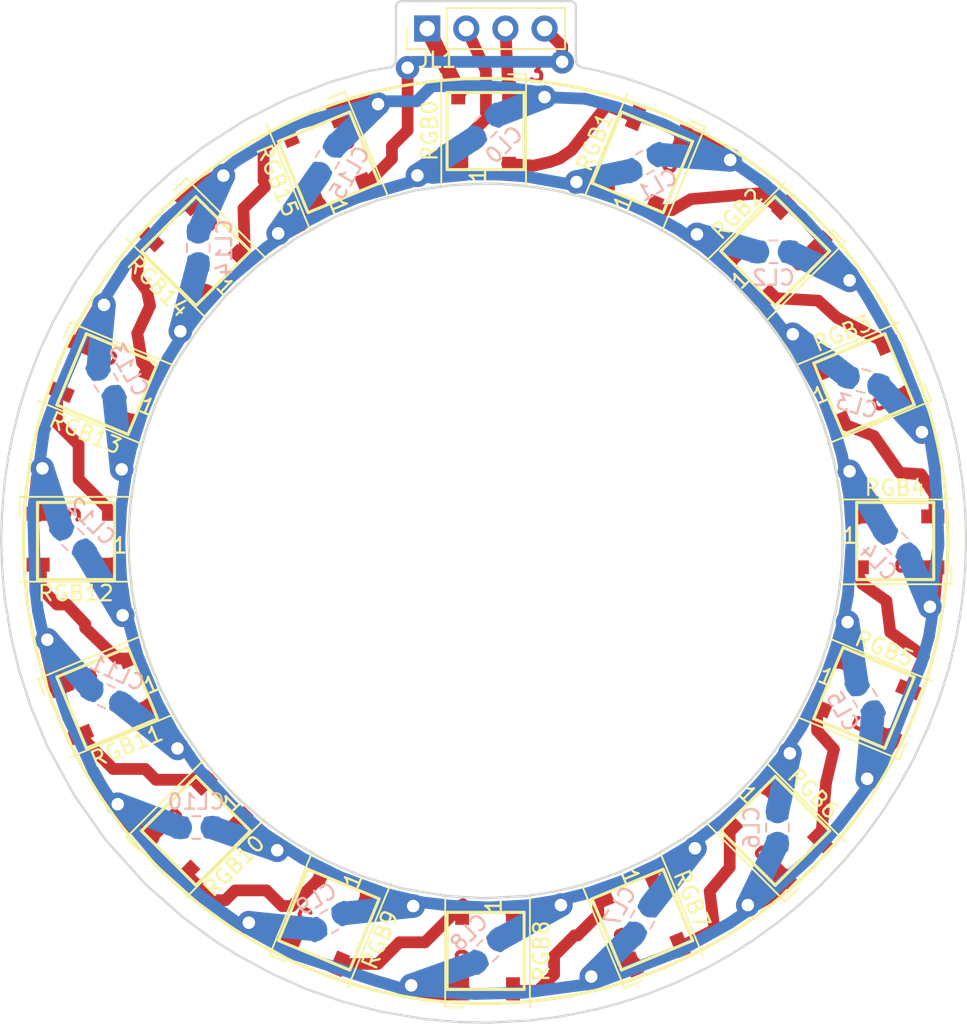
<source format=kicad_pcb>
(kicad_pcb (version 20221018) (generator pcbnew)
  (layers (0 "F.Cu" signal) (31 "B.Cu" signal) (34 "B.Paste" user) (35 "F.Paste" user) (36 "B.SilkS" user "B.Silkscreen") (37 "F.SilkS" user "F.Silkscreen") (38 "B.Mask" user) (39 "F.Mask" user) (44 "Edge.Cuts" user))
  (net 0 "")
  (net 1 "/DIN")
  (net 2 "/VIN")
  (net 3 "GND")
  (net 4 "/DOUT")
  (net 5 "Net-(RGB0-DOUT)")
  (net 6 "Net-(RGB1-DOUT)")
  (net 7 "Net-(RGB2-DOUT)")
  (net 8 "Net-(RGB3-DOUT)")
  (net 9 "Net-(RGB4-DOUT)")
  (net 10 "Net-(RGB5-DOUT)")
  (net 11 "Net-(RGB6-DOUT)")
  (net 12 "Net-(RGB7-DOUT)")
  (net 13 "Net-(RGB8-DOUT)")
  (net 14 "Net-(RGB10-DIN)")
  (net 15 "Net-(RGB10-DOUT)")
  (net 16 "Net-(RGB11-DOUT)")
  (net 17 "Net-(RGB12-DOUT)")
  (net 18 "Net-(RGB13-DOUT)")
  (net 19 "Net-(RGB14-DOUT)")
  (footprint "LED_SMD:LED_WS2812B_PLCC4_5.0x5.0mm_P3.2mm" (layer "F.Cu") (at 164.829 114.312 -45)
    (fp_text reference "RGB6")
    (fp_text value "WS2812B")
  )
  (footprint "LED_SMD:LED_WS2812B_PLCC4_5.0x5.0mm_P3.2mm" (layer "F.Cu") (at 164.829 76.72 45)
    (fp_text reference "RGB2")
    (fp_text value "WS2812B")
  )
  (footprint "LED_SMD:LED_WS2812B_PLCC4_5.0x5.0mm_P3.2mm" (layer "F.Cu") (at 119.44 95.35 180)
    (fp_text reference "RGB12")
    (fp_text value "WS2812B")
  )
  (footprint "LED_SMD:LED_WS2812B_PLCC4_5.0x5.0mm_P3.2mm" (layer "F.Cu") (at 145.906 68.846 90)
    (fp_text reference "RGB0")
    (fp_text value "WS2812B")
  )
  (footprint "LED_SMD:LED_WS2812B_PLCC4_5.0x5.0mm_P3.2mm" (layer "F.Cu") (at 135.95 119.99 -112.5)
    (fp_text reference "RGB9")
    (fp_text value "WS2812B")
  )
  (footprint "LED_SMD:LED_WS2812B_PLCC4_5.0x5.0mm_P3.2mm" (layer "F.Cu") (at 170.58 105.69 -22.5)
    (fp_text reference "RGB5")
    (fp_text value "WS2812B")
  )
  (footprint "LED_SMD:LED_WS2812B_PLCC4_5.0x5.0mm_P3.2mm" (layer "F.Cu") (at 172.61 95.52)
    (fp_text reference "RGB4")
    (fp_text value "WS2812B")
  )
  (footprint "LED_SMD:LED_WS2812B_PLCC4_5.0x5.0mm_P3.2mm" (layer "F.Cu") (at 121.395 85.229 157.5)
    (fp_text reference "RGB13")
    (fp_text value "WS2812B")
  )
  (footprint "LED_SMD:LED_WS2812B_PLCC4_5.0x5.0mm_P3.2mm" (layer "F.Cu") (at 127.237 76.466 135)
    (fp_text reference "RGB14")
    (fp_text value "WS2812B")
  )
  (footprint "LED_SMD:LED_WS2812B_PLCC4_5.0x5.0mm_P3.2mm" (layer "F.Cu") (at 156.193 120.027 -67.5)
    (fp_text reference "RGB7")
    (fp_text value "WS2812B")
  )
  (footprint "LED_SMD:LED_WS2812B_PLCC4_5.0x5.0mm_P3.2mm" (layer "F.Cu") (at 146.16 122.059 -90)
    (fp_text reference "RGB8")
    (fp_text value "WS2812B")
  )
  (footprint "Pin_Headers:Pin_Header_Straight_1x04_Pitch2.54mm" (layer "F.Cu") (at 142.24 62.23 90)
    (fp_text reference "JL1")
    (fp_text value "~")
  )
  (footprint "LED_SMD:LED_WS2812B_PLCC4_5.0x5.0mm_P3.2mm" (layer "F.Cu") (at 121.395 105.549 -157.5)
    (fp_text reference "RGB11")
    (fp_text value "WS2812B")
  )
  (footprint "LED_SMD:LED_WS2812B_PLCC4_5.0x5.0mm_P3.2mm" (layer "F.Cu") (at 135.746 70.751 112.5)
    (fp_text reference "RGB15")
    (fp_text value "WS2812B")
  )
  (footprint "LED_SMD:LED_WS2812B_PLCC4_5.0x5.0mm_P3.2mm" (layer "F.Cu") (at 127.237 114.058 -135)
    (fp_text reference "RGB10")
    (fp_text value "WS2812B")
  )
  (footprint "LED_SMD:LED_WS2812B_PLCC4_5.0x5.0mm_P3.2mm" (layer "F.Cu") (at 170.544 85.229 22.5)
    (fp_text reference "RGB3")
    (fp_text value "WS2812B")
  )
  (footprint "LED_SMD:LED_WS2812B_PLCC4_5.0x5.0mm_P3.2mm" (layer "F.Cu") (at 156.35 70.92 67.5)
    (fp_text reference "RGB1")
    (fp_text value "WS2812B")
  )
  (footprint "Capacitor_SMD:C_0805_2012Metric_Pad1.18x1.45mm_HandSolder" (layer "B.Cu") (at 164.973 114.046 -90)
    (fp_text reference "CL6")
    (fp_text value "104")
  )
  (footprint "Capacitor_SMD:C_0805_2012Metric_Pad1.18x1.45mm_HandSolder" (layer "B.Cu") (at 121.412 105.537 155)
    (fp_text reference "CL11")
    (fp_text value "104")
  )
  (footprint "Capacitor_SMD:C_0805_2012Metric_Pad1.18x1.45mm_HandSolder" (layer "B.Cu") (at 170.6665 105.664 -60)
    (fp_text reference "CL5")
    (fp_text value "104")
  )
  (footprint "Capacitor_SMD:C_0805_2012Metric_Pad1.18x1.45mm_HandSolder" (layer "B.Cu") (at 164.719 76.708)
    (fp_text reference "CL2")
    (fp_text value "104")
  )
  (footprint "Capacitor_SMD:C_0805_2012Metric_Pad1.18x1.45mm_HandSolder" (layer "B.Cu") (at 156.21 120.015 -120)
    (fp_text reference "CL7")
    (fp_text value "104")
  )
  (footprint "Capacitor_SMD:C_0805_2012Metric_Pad1.18x1.45mm_HandSolder" (layer "B.Cu") (at 146.1555 122.047 -135)
    (fp_text reference "CL8")
    (fp_text value "104")
  )
  (footprint "Capacitor_SMD:C_0805_2012Metric_Pad1.18x1.45mm_HandSolder" (layer "B.Cu") (at 127.254 114.046 180)
    (fp_text reference "CL10")
    (fp_text value "104")
  )
  (footprint "Capacitor_SMD:C_0805_2012Metric_Pad1.18x1.45mm_HandSolder" (layer "B.Cu") (at 119.253 95.377 135)
    (fp_text reference "CL12")
    (fp_text value "104")
  )
  (footprint "Capacitor_SMD:C_0805_2012Metric_Pad1.18x1.45mm_HandSolder" (layer "B.Cu") (at 135.763 70.739 60)
    (fp_text reference "CL15")
    (fp_text value "104")
  )
  (footprint "Capacitor_SMD:C_0805_2012Metric_Pad1.18x1.45mm_HandSolder" (layer "B.Cu") (at 146.05 68.58 45)
    (fp_text reference "CL0")
    (fp_text value "104")
  )
  (footprint "Capacitor_SMD:C_0805_2012Metric_Pad1.18x1.45mm_HandSolder" (layer "B.Cu") (at 172.72 95.631 -45)
    (fp_text reference "CL4")
    (fp_text value "104")
  )
  (footprint "Capacitor_SMD:C_0805_2012Metric_Pad1.18x1.45mm_HandSolder" (layer "B.Cu") (at 156.35 70.92 30)
    (fp_text reference "CL1")
    (fp_text value "104")
  )
  (footprint "Capacitor_SMD:C_0805_2012Metric_Pad1.18x1.45mm_HandSolder" (layer "B.Cu") (at 135.89 120.142 -150)
    (fp_text reference "CL9")
    (fp_text value "104")
  )
  (footprint "Capacitor_SMD:C_0805_2012Metric_Pad1.18x1.45mm_HandSolder" (layer "B.Cu") (at 127.381 76.454 90)
    (fp_text reference "CL14")
    (fp_text value "104")
  )
  (footprint "Capacitor_SMD:C_0805_2012Metric_Pad1.18x1.45mm_HandSolder" (layer "B.Cu") (at 170.561 85.09 -15)
    (fp_text reference "CL3")
    (fp_text value "104")
  )
  (footprint "Capacitor_SMD:C_0805_2012Metric_Pad1.18x1.45mm_HandSolder" (layer "B.Cu") (at 121.40125 85.207499 120)
    (fp_text reference "CL13")
    (fp_text value "104")
  )
  (gr_line (start 164.831431 73.127812) (end 168.366964 76.663345) (stroke (width 0.2)) (layer "F.SilkS"))
  (gr_line (start 148.533 71.376781) (end 148.533 66.376781) (stroke (width 0.2)) (layer "F.SilkS"))
  (gr_line (start 159.473045 69.547453) (end 157.559628 74.16685) (stroke (width 0.2)) (layer "F.SilkS"))
  (gr_line (start 139.12577 118.670119) (end 137.212353 123.289517) (stroke (width 0.2)) (layer "F.SilkS"))
  (gr_line (start 123.699036 114.260207) (end 127.234569 110.724673) (stroke (width 0.2)) (layer "F.SilkS"))
  (gr_line (start 143.533 124.546771) (end 143.533 119.546771) (stroke (width 0.2)) (layer "F.SilkS"))
  (gr_line (start 168.366964 114.260207) (end 164.831431 117.79574) (stroke (width 0.2)) (layer "F.SilkS"))
  (gr_line (start 143.533 66.376781) (end 143.533 71.376781) (stroke (width 0.2)) (layer "F.SilkS"))
  (gr_line (start 137.212353 67.634035) (end 139.12577 72.253433) (stroke (width 0.2)) (layer "F.SilkS"))
  (gr_line (start 122.824657 88.554546) (end 118.205259 86.641129) (stroke (width 0.2)) (layer "F.SilkS"))
  (gr_line (start 116.948005 92.961776) (end 121.948005 92.961776) (stroke (width 0.2)) (layer "F.SilkS"))
  (gr_line (start 167.327926 83.935148) (end 171.947323 82.021731) (stroke (width 0.2)) (layer "F.SilkS"))
  (gr_line (start 137.212353 123.289517) (end 132.592955 121.376099) (stroke (width 0.2)) (layer "F.SilkS"))
  (gr_line (start 148.533 66.376781) (end 143.533 66.376781) (stroke (width 0.2)) (layer "F.SilkS"))
  (gr_line (start 120.118677 108.901821) (end 118.205259 104.282423) (stroke (width 0.2)) (layer "F.SilkS"))
  (gr_line (start 130.770103 114.260207) (end 127.234569 117.79574) (stroke (width 0.2)) (layer "F.SilkS"))
  (gr_line (start 164.831431 117.79574) (end 161.295897 114.260207) (stroke (width 0.2)) (layer "F.SilkS"))
  (gr_line (start 127.234569 80.198879) (end 123.699036 76.663345) (stroke (width 0.2)) (layer "F.SilkS"))
  (gr_circle (center 146.0711 95.436376) (end 169.241091 95.436376) (stroke (width 0.1)) (fill none) (layer "F.SilkS"))
  (gr_line (start 164.831431 80.198879) (end 161.295897 76.663345) (stroke (width 0.2)) (layer "F.SilkS"))
  (gr_line (start 152.94023 118.670119) (end 157.559628 116.756702) (stroke (width 0.2)) (layer "F.SilkS"))
  (gr_line (start 120.118677 82.021731) (end 124.738074 83.935148) (stroke (width 0.2)) (layer "F.SilkS"))
  (gr_line (start 127.234569 117.79574) (end 123.699036 114.260207) (stroke (width 0.2)) (layer "F.SilkS"))
  (gr_line (start 171.947323 108.901821) (end 167.327926 106.988404) (stroke (width 0.2)) (layer "F.SilkS"))
  (gr_line (start 143.533 119.546771) (end 148.533 119.546771) (stroke (width 0.2)) (layer "F.SilkS"))
  (gr_line (start 134.506372 116.756702) (end 139.12577 118.670119) (stroke (width 0.2)) (layer "F.SilkS"))
  (gr_line (start 148.533 119.546771) (end 148.533 124.546771) (stroke (width 0.2)) (layer "F.SilkS"))
  (gr_circle (center 146.033 95.461776) (end 176.033 95.461776) (stroke (width 0.2)) (fill none) (layer "F.SilkS"))
  (gr_line (start 173.860741 86.641129) (end 169.241343 88.554546) (stroke (width 0.2)) (layer "F.SilkS"))
  (gr_line (start 123.699036 76.663345) (end 127.234569 73.127812) (stroke (width 0.2)) (layer "F.SilkS"))
  (gr_line (start 121.948005 92.961776) (end 121.948005 97.961776) (stroke (width 0.2)) (layer "F.SilkS"))
  (gr_line (start 127.234569 73.127812) (end 130.770103 76.663345) (stroke (width 0.2)) (layer "F.SilkS"))
  (gr_line (start 164.831431 110.724673) (end 168.366964 114.260207) (stroke (width 0.2)) (layer "F.SilkS"))
  (gr_line (start 168.366964 76.663345) (end 164.831431 80.198879) (stroke (width 0.2)) (layer "F.SilkS"))
  (gr_line (start 173.860741 104.282423) (end 171.947323 108.901821) (stroke (width 0.2)) (layer "F.SilkS"))
  (gr_line (start 121.948005 97.961776) (end 116.948005 97.961776) (stroke (width 0.2)) (layer "F.SilkS"))
  (gr_line (start 118.205259 104.282423) (end 122.824657 102.369006) (stroke (width 0.2)) (layer "F.SilkS"))
  (gr_line (start 122.824657 102.369006) (end 124.738074 106.988404) (stroke (width 0.2)) (layer "F.SilkS"))
  (gr_line (start 157.559628 74.16685) (end 152.94023 72.253433) (stroke (width 0.2)) (layer "F.SilkS"))
  (gr_line (start 161.295897 76.663345) (end 164.831431 73.127812) (stroke (width 0.2)) (layer "F.SilkS"))
  (gr_circle (center 146.0711 95.436376) (end 176.0711 95.436376) (stroke (width 0.1)) (fill none) (layer "F.SilkS"))
  (gr_line (start 148.533 124.546771) (end 143.533 124.546771) (stroke (width 0.2)) (layer "F.SilkS"))
  (gr_line (start 116.948005 97.961776) (end 116.948005 92.961776) (stroke (width 0.2)) (layer "F.SilkS"))
  (gr_line (start 157.559628 116.756702) (end 159.473045 121.376099) (stroke (width 0.2)) (layer "F.SilkS"))
  (gr_line (start 132.592955 69.547453) (end 137.212353 67.634035) (stroke (width 0.2)) (layer "F.SilkS"))
  (gr_line (start 169.241343 88.554546) (end 167.327926 83.935148) (stroke (width 0.2)) (layer "F.SilkS"))
  (gr_line (start 175.117995 97.961776) (end 170.117995 97.961776) (stroke (width 0.2)) (layer "F.SilkS"))
  (gr_line (start 159.473045 121.376099) (end 154.853647 123.289517) (stroke (width 0.2)) (layer "F.SilkS"))
  (gr_line (start 154.853647 123.289517) (end 152.94023 118.670119) (stroke (width 0.2)) (layer "F.SilkS"))
  (gr_line (start 127.234569 110.724673) (end 130.770103 114.260207) (stroke (width 0.2)) (layer "F.SilkS"))
  (gr_line (start 124.738074 106.988404) (end 120.118677 108.901821) (stroke (width 0.2)) (layer "F.SilkS"))
  (gr_line (start 132.592955 121.376099) (end 134.506372 116.756702) (stroke (width 0.2)) (layer "F.SilkS"))
  (gr_line (start 161.295897 114.260207) (end 164.831431 110.724673) (stroke (width 0.2)) (layer "F.SilkS"))
  (gr_line (start 124.738074 83.935148) (end 122.824657 88.554546) (stroke (width 0.2)) (layer "F.SilkS"))
  (gr_line (start 170.117995 97.961776) (end 170.117995 92.961776) (stroke (width 0.2)) (layer "F.SilkS"))
  (gr_line (start 171.947323 82.021731) (end 173.860741 86.641129) (stroke (width 0.2)) (layer "F.SilkS"))
  (gr_line (start 134.506372 74.16685) (end 132.592955 69.547453) (stroke (width 0.2)) (layer "F.SilkS"))
  (gr_line (start 139.12577 72.253433) (end 134.506372 74.16685) (stroke (width 0.2)) (layer "F.SilkS"))
  (gr_line (start 167.327926 106.988404) (end 169.241343 102.369006) (stroke (width 0.2)) (layer "F.SilkS"))
  (gr_line (start 170.117995 92.961776) (end 175.117995 92.961776) (stroke (width 0.2)) (layer "F.SilkS"))
  (gr_line (start 152.94023 72.253433) (end 154.853647 67.634035) (stroke (width 0.2)) (layer "F.SilkS"))
  (gr_line (start 118.205259 86.641129) (end 120.118677 82.021731) (stroke (width 0.2)) (layer "F.SilkS"))
  (gr_line (start 154.853647 67.634035) (end 159.473045 69.547453) (stroke (width 0.2)) (layer "F.SilkS"))
  (gr_line (start 143.533 71.376781) (end 148.533 71.376781) (stroke (width 0.2)) (layer "F.SilkS"))
  (gr_line (start 130.770103 76.663345) (end 127.234569 80.198879) (stroke (width 0.2)) (layer "F.SilkS"))
  (gr_line (start 175.117995 92.961776) (end 175.117995 97.961776) (stroke (width 0.2)) (layer "F.SilkS"))
  (gr_line (start 169.241343 102.369006) (end 173.860741 104.282423) (stroke (width 0.2)) (layer "F.SilkS"))
  (gr_line (start 157.68 66.36) (end 158.68 66.8) (stroke (width 0.15)) (layer "Edge.Cuts"))
  (gr_line (start 146.04 72.29) (end 146.94 72.31) (stroke (width 0.15)) (layer "Edge.Cuts"))
  (gr_line (start 163.24 110.98) (end 161.87 112.38) (stroke (width 0.15)) (layer "Edge.Cuts"))
  (gr_line (start 117.08 83.13) (end 117.98 81.22) (stroke (width 0.15)) (layer "Edge.Cuts"))
  (gr_line (start 177.02 91.88) (end 177.17 93.69) (stroke (width 0.15)) (layer "Edge.Cuts"))
  (gr_line (start 154.81 125.41) (end 153.21 125.84) (stroke (width 0.15)) (layer "Edge.Cuts"))
  (gr_arc (start 140.208 60.833) (mid 140.319592 60.563592) (end 140.589 60.452) (stroke (width 0.15)) (layer "Edge.Cuts"))
  (gr_line (start 117.98 81.22) (end 119.38 78.74) (stroke (width 0.15)) (layer "Edge.Cuts"))
  (gr_line (start 123.36 90.65) (end 123.97 88.36) (stroke (width 0.15)) (layer "Edge.Cuts"))
  (gr_line (start 151.75 73.01) (end 152.56 73.23) (stroke (width 0.15)) (layer "Edge.Cuts"))
  (gr_line (start 165.64 107.82) (end 164.84 109) (stroke (width 0.15)) (layer "Edge.Cuts"))
  (gr_line (start 128.46 110.56) (end 127.63 109.54) (stroke (width 0.15)) (layer "Edge.Cuts"))
  (gr_line (start 165.05 120.16) (end 163.47 121.31) (stroke (width 0.15)) (layer "Edge.Cuts"))
  (gr_line (start 116.27 85.26) (end 117.08 83.13) (stroke (width 0.15)) (layer "Edge.Cuts"))
  (gr_line (start 176.09 103.76) (end 175.46 105.75) (stroke (width 0.15)) (layer "Edge.Cuts"))
  (gr_line (start 139.03 73.36) (end 141.46 72.73) (stroke (width 0.15)) (layer "Edge.Cuts"))
  (gr_arc (start 151.511 60.452) (mid 151.780408 60.563592) (end 151.892 60.833) (stroke (width 0.15)) (layer "Edge.Cuts"))
  (gr_line (start 159.63 76.7) (end 160.8 77.6) (stroke (width 0.15)) (layer "Edge.Cuts"))
  (gr_line (start 138.53 64.96) (end 139.7 64.77) (stroke (width 0.15)) (layer "Edge.Cuts"))
  (gr_line (start 143.89 72.38) (end 146.04 72.29) (stroke (width 0.15)) (layer "Edge.Cuts"))
  (gr_line (start 168.85 74.09) (end 169.84 75.21) (stroke (width 0.15)) (layer "Edge.Cuts"))
  (gr_line (start 159.78 67.32) (end 160.82 67.86) (stroke (width 0.15)) (layer "Edge.Cuts"))
  (gr_line (start 168.4 101.51) (end 168.14 102.41) (stroke (width 0.15)) (layer "Edge.Cuts"))
  (gr_line (start 153.21 125.84) (end 150.92 126.3) (stroke (width 0.15)) (layer "Edge.Cuts"))
  (gr_line (start 172.59 78.99) (end 173.9 81.35) (stroke (width 0.15)) (layer "Edge.Cuts"))
  (gr_line (start 164.04 110.04) (end 163.24 110.98) (stroke (width 0.15)) (layer "Edge.Cuts"))
  (gr_line (start 140.208 64.262) (end 140.208 60.833) (stroke (width 0.15)) (layer "Edge.Cuts"))
  (gr_line (start 119.38 78.74) (end 120.83 76.62) (stroke (width 0.15)) (layer "Edge.Cuts"))
  (gr_line (start 164.84 109) (end 164.04 110.04) (stroke (width 0.15)) (layer "Edge.Cuts"))
  (gr_line (start 150.4 118.22) (end 148.71 118.48) (stroke (width 0.15)) (layer "Edge.Cuts"))
  (gr_line (start 123.06 98.53) (end 122.9 96.82) (stroke (width 0.15)) (layer "Edge.Cuts"))
  (gr_line (start 125.94 106.99) (end 124.97 105.13) (stroke (width 0.15)) (layer "Edge.Cuts"))
  (gr_line (start 162.48 79.14) (end 163.41 80.13) (stroke (width 0.15)) (layer "Edge.Cuts"))
  (gr_line (start 142.1 126.47) (end 139.16 125.97) (stroke (width 0.15)) (layer "Edge.Cuts"))
  (gr_line (start 167.22 104.84) (end 166.82 105.7) (stroke (width 0.15)) (layer "Edge.Cuts"))
  (gr_line (start 171.75 113.07) (end 170.67 114.55) (stroke (width 0.15)) (layer "Edge.Cuts"))
  (gr_line (start 166.65 84.88) (end 167.21 86.05) (stroke (width 0.15)) (layer "Edge.Cuts"))
  (gr_line (start 177.21 95.38) (end 177.17 97.06) (stroke (width 0.15)) (layer "Edge.Cuts"))
  (gr_line (start 146.94 72.31) (end 148.12 72.39) (stroke (width 0.15)) (layer "Edge.Cuts"))
  (gr_line (start 158.32 75.81) (end 159.63 76.7) (stroke (width 0.15)) (layer "Edge.Cuts"))
  (gr_line (start 164.82 70.44) (end 166.35 71.68) (stroke (width 0.15)) (layer "Edge.Cuts"))
  (gr_line (start 140.589 60.452) (end 151.511 60.452) (stroke (width 0.15)) (layer "Edge.Cuts"))
  (gr_line (start 165.06 82.23) (end 166.09 83.85) (stroke (width 0.15)) (layer "Edge.Cuts"))
  (gr_line (start 175.42 84.93) (end 175.95 86.56) (stroke (width 0.15)) (layer "Edge.Cuts"))
  (gr_line (start 150.64 72.75) (end 151.75 73.01) (stroke (width 0.15)) (layer "Edge.Cuts"))
  (gr_line (start 167.75 103.56) (end 167.22 104.84) (stroke (width 0.15)) (layer "Edge.Cuts"))
  (gr_line (start 169.13 97.31) (end 169.02 98.34) (stroke (width 0.15)) (layer "Edge.Cuts"))
  (gr_line (start 146.26 126.7) (end 144.32 126.66) (stroke (width 0.15)) (layer "Edge.Cuts"))
  (gr_line (start 124.66 86.48) (end 125.53 84.63) (stroke (width 0.15)) (layer "Edge.Cuts"))
  (gr_line (start 176.36 88.11) (end 176.73 89.88) (stroke (width 0.15)) (layer "Edge.Cuts"))
  (gr_line (start 168.94 91.99) (end 169.08 93.07) (stroke (width 0.15)) (layer "Edge.Cuts"))
  (gr_line (start 115.21 101.58) (end 114.82 99.14) (stroke (width 0.15)) (layer "Edge.Cuts"))
  (gr_line (start 154.7 116.95) (end 152.41 117.75) (stroke (width 0.15)) (layer "Edge.Cuts"))
  (gr_line (start 123.23 99.58) (end 123.06 98.53) (stroke (width 0.15)) (layer "Edge.Cuts"))
  (gr_line (start 177.17 93.69) (end 177.21 95.38) (stroke (width 0.15)) (layer "Edge.Cuts"))
  (gr_line (start 176.83 100.31) (end 176.53 101.91) (stroke (width 0.15)) (layer "Edge.Cuts"))
  (gr_line (start 169.84 75.21) (end 170.96 76.61) (stroke (width 0.15)) (layer "Edge.Cuts"))
  (gr_line (start 167.93 87.86) (end 168.29 88.99) (stroke (width 0.15)) (layer "Edge.Cuts"))
  (gr_line (start 123.93 73.09) (end 125.72 71.46) (stroke (width 0.15)) (layer "Edge.Cuts"))
  (gr_line (start 168.91 99.13) (end 168.76 99.99) (stroke (width 0.15)) (layer "Edge.Cuts"))
  (gr_line (start 167.8 117.77) (end 166.37 119.08) (stroke (width 0.15)) (layer "Edge.Cuts"))
  (gr_line (start 152.56 73.23) (end 153.55 73.55) (stroke (width 0.15)) (layer "Edge.Cuts"))
  (gr_line (start 141.46 72.73) (end 143.89 72.38) (stroke (width 0.15)) (layer "Edge.Cuts"))
  (gr_line (start 130.43 68.16) (end 133.08 66.82) (stroke (width 0.15)) (layer "Edge.Cuts"))
  (gr_line (start 161.62 78.31) (end 162.48 79.14) (stroke (width 0.15)) (layer "Edge.Cuts"))
  (gr_line (start 169.02 98.34) (end 168.91 99.13) (stroke (width 0.15)) (layer "Edge.Cuts"))
  (gr_line (start 169.17 94.19) (end 169.2 95.28) (stroke (width 0.15)) (layer "Edge.Cuts"))
  (gr_line (start 133.29 114.82) (end 131.72 113.68) (stroke (width 0.15)) (layer "Edge.Cuts"))
  (gr_arc (start 152.4 64.77) (mid 152.04079 64.62121) (end 151.892 64.262) (stroke (width 0.15)) (layer "Edge.Cuts"))
  (gr_line (start 168.14 102.41) (end 167.75 103.56) (stroke (width 0.15)) (layer "Edge.Cuts"))
  (gr_line (start 162.27 68.69) (end 163.5 69.49) (stroke (width 0.15)) (layer "Edge.Cuts"))
  (gr_line (start 161.87 112.38) (end 160.85 113.27) (stroke (width 0.15)) (layer "Edge.Cuts"))
  (gr_line (start 122.9 96.82) (end 122.85 95.09) (stroke (width 0.15)) (layer "Edge.Cuts"))
  (gr_line (start 158.3 124.15) (end 156.56 124.84) (stroke (width 0.15)) (layer "Edge.Cuts"))
  (gr_line (start 168.62 90.26) (end 168.85 91.39) (stroke (width 0.15)) (layer "Edge.Cuts"))
  (gr_line (start 139.16 125.97) (end 136.72 125.33) (stroke (width 0.15)) (layer "Edge.Cuts"))
  (gr_line (start 155.77 74.43) (end 157.05 75.07) (stroke (width 0.15)) (layer "Edge.Cuts"))
  (gr_line (start 145.98 118.63) (end 143.53 118.49) (stroke (width 0.15)) (layer "Edge.Cuts"))
  (gr_line (start 169.2 95.28) (end 169.19 96.44) (stroke (width 0.15)) (layer "Edge.Cuts"))
  (gr_line (start 115.73 87) (end 116.27 85.26) (stroke (width 0.15)) (layer "Edge.Cuts"))
  (gr_line (start 153.55 73.55) (end 154.43 73.87) (stroke (width 0.15)) (layer "Edge.Cuts"))
  (gr_line (start 122.85 95.09) (end 122.98 93.07) (stroke (width 0.15)) (layer "Edge.Cuts"))
  (gr_line (start 122.98 93.07) (end 123.36 90.65) (stroke (width 0.15)) (layer "Edge.Cuts"))
  (gr_line (start 160.41 123.14) (end 158.3 124.15) (stroke (width 0.15)) (layer "Edge.Cuts"))
  (gr_line (start 131.19 77.66) (end 133.68 75.86) (stroke (width 0.15)) (layer "Edge.Cuts"))
  (gr_line (start 148.12 72.39) (end 149.5 72.55) (stroke (width 0.15)) (layer "Edge.Cuts"))
  (gr_line (start 126.23 83.43) (end 127.51 81.54) (stroke (width 0.15)) (layer "Edge.Cuts"))
  (gr_line (start 168.85 91.39) (end 168.94 91.99) (stroke (width 0.15)) (layer "Edge.Cuts"))
  (gr_line (start 161.88 122.32) (end 160.41 123.14) (stroke (width 0.15)) (layer "Edge.Cuts"))
  (gr_line (start 138.01 117.21) (end 135.46 116.09) (stroke (width 0.15)) (layer "Edge.Cuts"))
  (gr_line (start 125.72 71.46) (end 127.73 69.89) (stroke (width 0.15)) (layer "Edge.Cuts"))
  (gr_line (start 114.81 91.69) (end 115.03 90.16) (stroke (width 0.15)) (layer "Edge.Cuts"))
  (gr_line (start 125.53 84.63) (end 126.23 83.43) (stroke (width 0.15)) (layer "Edge.Cuts"))
  (gr_line (start 156.79 115.98) (end 154.7 116.95) (stroke (width 0.15)) (layer "Edge.Cuts"))
  (gr_line (start 156.56 124.84) (end 154.81 125.41) (stroke (width 0.15)) (layer "Edge.Cuts"))
  (gr_line (start 123.91 102.38) (end 123.61 101.29) (stroke (width 0.15)) (layer "Edge.Cuts"))
  (gr_line (start 136.03 65.67) (end 138.53 64.96) (stroke (width 0.15)) (layer "Edge.Cuts"))
  (gr_line (start 166.82 105.7) (end 166.27 106.74) (stroke (width 0.15)) (layer "Edge.Cuts"))
  (gr_line (start 167.62 72.84) (end 168.85 74.09) (stroke (width 0.15)) (layer "Edge.Cuts"))
  (gr_line (start 154.93 65.39) (end 156.26 65.84) (stroke (width 0.15)) (layer "Edge.Cuts"))
  (gr_line (start 124.42 103.83) (end 123.91 102.38) (stroke (width 0.15)) (layer "Edge.Cuts"))
  (gr_line (start 124.97 105.13) (end 124.42 103.83) (stroke (width 0.15)) (layer "Edge.Cuts"))
  (gr_line (start 114.82 99.14) (end 114.67 97.48) (stroke (width 0.15)) (layer "Edge.Cuts"))
  (gr_line (start 123.97 88.36) (end 124.66 86.48) (stroke (width 0.15)) (layer "Edge.Cuts"))
  (gr_line (start 132.19 123.54) (end 129.9 122.3) (stroke (width 0.15)) (layer "Edge.Cuts"))
  (gr_line (start 127.63 109.54) (end 126.46 107.86) (stroke (width 0.15)) (layer "Edge.Cuts"))
  (gr_line (start 158.68 66.8) (end 159.78 67.32) (stroke (width 0.15)) (layer "Edge.Cuts"))
  (gr_line (start 157.05 75.07) (end 158.32 75.81) (stroke (width 0.15)) (layer "Edge.Cuts"))
  (gr_line (start 168.76 99.99) (end 168.4 101.51) (stroke (width 0.15)) (layer "Edge.Cuts"))
  (gr_line (start 166.27 106.74) (end 165.64 107.82) (stroke (width 0.15)) (layer "Edge.Cuts"))
  (gr_line (start 136.35 74.4) (end 139.03 73.36) (stroke (width 0.15)) (layer "Edge.Cuts"))
  (gr_line (start 169.19 96.44) (end 169.13 97.31) (stroke (width 0.15)) (layer "Edge.Cuts"))
  (gr_line (start 163.47 121.31) (end 161.88 122.32) (stroke (width 0.15)) (layer "Edge.Cuts"))
  (gr_line (start 150.92 126.3) (end 148.86 126.56) (stroke (width 0.15)) (layer "Edge.Cuts"))
  (gr_line (start 173.9 81.35) (end 174.78 83.28) (stroke (width 0.15)) (layer "Edge.Cuts"))
  (gr_line (start 115.74 103.81) (end 115.21 101.58) (stroke (width 0.15)) (layer "Edge.Cuts"))
  (gr_line (start 169.34 116.15) (end 167.8 117.77) (stroke (width 0.15)) (layer "Edge.Cuts"))
  (gr_line (start 166.37 119.08) (end 165.05 120.16) (stroke (width 0.15)) (layer "Edge.Cuts"))
  (gr_line (start 117.59 108.78) (end 116.52 106.23) (stroke (width 0.15)) (layer "Edge.Cuts"))
  (gr_line (start 169.08 93.07) (end 169.17 94.19) (stroke (width 0.15)) (layer "Edge.Cuts"))
  (gr_line (start 128.5 121.42) (end 126.39 119.87) (stroke (width 0.15)) (layer "Edge.Cuts"))
  (gr_line (start 175.46 105.75) (end 174.71 107.67) (stroke (width 0.15)) (layer "Edge.Cuts"))
  (gr_line (start 127.51 81.54) (end 129.11 79.63) (stroke (width 0.15)) (layer "Edge.Cuts"))
  (gr_line (start 148.86 126.56) (end 146.26 126.7) (stroke (width 0.15)) (layer "Edge.Cuts"))
  (gr_line (start 114.67 97.48) (end 114.59 95.32) (stroke (width 0.15)) (layer "Edge.Cuts"))
  (gr_line (start 177.17 97.06) (end 177.04 98.68) (stroke (width 0.15)) (layer "Edge.Cuts"))
  (gr_line (start 167.62 87.01) (end 167.93 87.86) (stroke (width 0.15)) (layer "Edge.Cuts"))
  (gr_line (start 164.37 81.31) (end 165.06 82.23) (stroke (width 0.15)) (layer "Edge.Cuts"))
  (gr_line (start 160.8 77.6) (end 161.62 78.31) (stroke (width 0.15)) (layer "Edge.Cuts"))
  (gr_line (start 135.46 116.09) (end 133.29 114.82) (stroke (width 0.15)) (layer "Edge.Cuts"))
  (gr_line (start 168.29 88.99) (end 168.62 90.26) (stroke (width 0.15)) (layer "Edge.Cuts"))
  (gr_line (start 115.3 88.75) (end 115.73 87) (stroke (width 0.15)) (layer "Edge.Cuts"))
  (gr_line (start 154.43 73.87) (end 155.77 74.43) (stroke (width 0.15)) (layer "Edge.Cuts"))
  (gr_line (start 152.41 117.75) (end 150.4 118.22) (stroke (width 0.15)) (layer "Edge.Cuts"))
  (gr_line (start 133.68 75.86) (end 136.35 74.4) (stroke (width 0.15)) (layer "Edge.Cuts"))
  (gr_line (start 170.67 114.55) (end 169.34 116.15) (stroke (width 0.15)) (layer "Edge.Cuts"))
  (gr_line (start 158.86 114.76) (end 156.79 115.98) (stroke (width 0.15)) (layer "Edge.Cuts"))
  (gr_line (start 160.82 67.86) (end 162.27 68.69) (stroke (width 0.15)) (layer "Edge.Cuts"))
  (gr_line (start 127.73 69.89) (end 130.43 68.16) (stroke (width 0.15)) (layer "Edge.Cuts"))
  (gr_line (start 133.08 66.82) (end 136.03 65.67) (stroke (width 0.15)) (layer "Edge.Cuts"))
  (gr_line (start 163.41 80.13) (end 164.37 81.31) (stroke (width 0.15)) (layer "Edge.Cuts"))
  (gr_line (start 174.78 83.28) (end 175.42 84.93) (stroke (width 0.15)) (layer "Edge.Cuts"))
  (gr_line (start 153.18 64.93) (end 154.93 65.39) (stroke (width 0.15)) (layer "Edge.Cuts"))
  (gr_line (start 151.892 60.833) (end 151.892 64.262) (stroke (width 0.15)) (layer "Edge.Cuts"))
  (gr_line (start 121.35 114.82) (end 119.37 112.01) (stroke (width 0.15)) (layer "Edge.Cuts"))
  (gr_line (start 173.74 109.74) (end 172.85 111.33) (stroke (width 0.15)) (layer "Edge.Cuts"))
  (gr_line (start 116.52 106.23) (end 115.74 103.81) (stroke (width 0.15)) (layer "Edge.Cuts"))
  (gr_line (start 114.59 95.32) (end 114.64 93.78) (stroke (width 0.15)) (layer "Edge.Cuts"))
  (gr_line (start 149.5 72.55) (end 150.64 72.75) (stroke (width 0.15)) (layer "Edge.Cuts"))
  (gr_line (start 160.85 113.27) (end 158.86 114.76) (stroke (width 0.15)) (layer "Edge.Cuts"))
  (gr_line (start 123.98 117.74) (end 121.35 114.82) (stroke (width 0.15)) (layer "Edge.Cuts"))
  (gr_line (start 163.5 69.49) (end 164.82 70.44) (stroke (width 0.15)) (layer "Edge.Cuts"))
  (gr_line (start 115.03 90.16) (end 115.3 88.75) (stroke (width 0.15)) (layer "Edge.Cuts"))
  (gr_line (start 148.71 118.48) (end 145.98 118.63) (stroke (width 0.15)) (layer "Edge.Cuts"))
  (gr_line (start 123.61 101.29) (end 123.23 99.58) (stroke (width 0.15)) (layer "Edge.Cuts"))
  (gr_line (start 177.04 98.68) (end 176.83 100.31) (stroke (width 0.15)) (layer "Edge.Cuts"))
  (gr_line (start 156.26 65.84) (end 157.68 66.36) (stroke (width 0.15)) (layer "Edge.Cuts"))
  (gr_line (start 171.71 77.65) (end 172.59 78.99) (stroke (width 0.15)) (layer "Edge.Cuts"))
  (gr_line (start 129.9 122.3) (end 128.5 121.42) (stroke (width 0.15)) (layer "Edge.Cuts"))
  (gr_line (start 120.83 76.62) (end 122.39 74.72) (stroke (width 0.15)) (layer "Edge.Cuts"))
  (gr_line (start 175.95 86.56) (end 176.36 88.11) (stroke (width 0.15)) (layer "Edge.Cuts"))
  (gr_line (start 176.53 101.91) (end 176.09 103.76) (stroke (width 0.15)) (layer "Edge.Cuts"))
  (gr_line (start 167.21 86.05) (end 167.62 87.01) (stroke (width 0.15)) (layer "Edge.Cuts"))
  (gr_line (start 131.72 113.68) (end 129.88 112.08) (stroke (width 0.15)) (layer "Edge.Cuts"))
  (gr_line (start 166.35 71.68) (end 167.62 72.84) (stroke (width 0.15)) (layer "Edge.Cuts"))
  (gr_line (start 143.53 118.49) (end 140.67 118.01) (stroke (width 0.15)) (layer "Edge.Cuts"))
  (gr_line (start 134.35 124.5) (end 132.19 123.54) (stroke (width 0.15)) (layer "Edge.Cuts"))
  (gr_line (start 174.71 107.67) (end 173.74 109.74) (stroke (width 0.15)) (layer "Edge.Cuts"))
  (gr_line (start 126.39 119.87) (end 123.98 117.74) (stroke (width 0.15)) (layer "Edge.Cuts"))
  (gr_line (start 122.39 74.72) (end 123.93 73.09) (stroke (width 0.15)) (layer "Edge.Cuts"))
  (gr_line (start 136.72 125.33) (end 134.35 124.5) (stroke (width 0.15)) (layer "Edge.Cuts"))
  (gr_line (start 144.32 126.66) (end 142.1 126.47) (stroke (width 0.15)) (layer "Edge.Cuts"))
  (gr_line (start 129.11 79.63) (end 131.19 77.66) (stroke (width 0.15)) (layer "Edge.Cuts"))
  (gr_line (start 170.96 76.61) (end 171.71 77.65) (stroke (width 0.15)) (layer "Edge.Cuts"))
  (gr_line (start 172.85 111.33) (end 171.75 113.07) (stroke (width 0.15)) (layer "Edge.Cuts"))
  (gr_line (start 114.64 93.78) (end 114.81 91.69) (stroke (width 0.15)) (layer "Edge.Cuts"))
  (gr_line (start 119.37 112.01) (end 117.59 108.78) (stroke (width 0.15)) (layer "Edge.Cuts"))
  (gr_line (start 140.67 118.01) (end 138.01 117.21) (stroke (width 0.15)) (layer "Edge.Cuts"))
  (gr_line (start 126.46 107.86) (end 125.94 106.99) (stroke (width 0.15)) (layer "Edge.Cuts"))
  (gr_line (start 166.09 83.85) (end 166.65 84.88) (stroke (width 0.15)) (layer "Edge.Cuts"))
  (gr_line (start 152.4 64.77) (end 153.18 64.93) (stroke (width 0.15)) (layer "Edge.Cuts"))
  (gr_line (start 176.73 89.88) (end 177.02 91.88) (stroke (width 0.15)) (layer "Edge.Cuts"))
  (gr_arc (start 140.208 64.262) (mid 140.05921 64.62121) (end 139.7 64.77) (stroke (width 0.15)) (layer "Edge.Cuts"))
  (gr_line (start 129.88 112.08) (end 128.46 110.56) (stroke (width 0.15)) (layer "Edge.Cuts"))
  (gr_text "3" (at 154.8595 121.17 202.8) (layer "F.Cu") (effects (font (size 1.016 1.016) (thickness 0.254))))
  (gr_text "3" (at 171.7505 86.499 -67.2) (layer "F.Cu") (effects (font (size 1.016 1.016) (thickness 0.254))))
  (gr_text "3" (at 144.4455 122.567 180) (layer "F.Cu") (effects (font (size 1.016 1.016) (thickness 0.254))))
  (gr_text "3" (at 137.016 69.481 22.5) (layer "F.Cu") (effects (font (size 1.016 1.016) (thickness 0.254))))
  (gr_text "3" (at 170.417 107.3905 -115.5) (layer "F.Cu") (effects (font (size 1.016 1.016) (thickness 0.254))))
  (gr_text "3" (at 173.211 97.1035 -90) (layer "F.Cu") (effects (font (size 1.016 1.016) (thickness 0.254))))
  (gr_text "3" (at 119.1725 93.738 90) (layer "F.Cu") (effects (font (size 1.016 1.016) (thickness 0.254))))
  (gr_text "3" (at 121.522 83.451 64.5) (layer "F.Cu") (effects (font (size 1.016 1.016) (thickness 0.254))))
  (gr_text "3" (at 158.098 71.005 -22.5) (layer "F.Cu") (effects (font (size 1.016 1.016) (thickness 0.254))))
  (gr_text "3" (at 149.352 65.151) (layer "F.Cu") (effects (font (size 1.016 1.016) (thickness 0.254))))
  (gr_text "3" (at 120.1885 104.2155 112.8) (layer "F.Cu") (effects (font (size 1.016 1.016) (thickness 0.254))))
  (gr_text "3" (at 125.713 113.3595 135) (layer "F.Cu") (effects (font (size 1.016 1.016) (thickness 0.254))))
  (gr_text "3" (at 166.48 77.355 -45) (layer "F.Cu") (effects (font (size 1.016 1.016) (thickness 0.254))))
  (gr_text "3" (at 134.222 119.773 157.5) (layer "F.Cu") (effects (font (size 1.016 1.016) (thickness 0.254))))
  (gr_text "3" (at 164.067 115.836 225) (layer "F.Cu") (effects (font (size 1.016 1.016) (thickness 0.254))))
  (gr_text "3" (at 128.0625 74.7515 45) (layer "F.Cu") (effects (font (size 1.016 1.016) (thickness 0.254))))
  (segment (start 142.24 62.23) (end 144.306 66.346) (width 1.016) (layer "F.Cu") (net 1))
  (segment (start 127.839415 79.419585) (end 126.221 81.8635) (width 1.27) (layer "F.Cu") (net 2))
  (segment (start 164.353585 111.358415) (end 165.7815 109.232) (width 1.27) (layer "F.Cu") (net 2))
  (segment (start 164.138157 111.358415) (end 164.353585 111.358415) (width 0.762) (layer "F.Cu") (net 2))
  (segment (start 146.052876 64.962697) (end 146.052876 68.069124) (width 0.762) (layer "F.Cu") (net 2))
  (segment (start 138.5 118.39) (end 139.71 118.64) (width 1.27) (layer "F.Cu") (net 2))
  (segment (start 144.78 62.23) (end 146.052876 64.962697) (width 0.762) (layer "F.Cu") (net 2))
  (segment (start 147.95 119.61) (end 150.8855 119.0375) (width 1.27) (layer "F.Cu") (net 2))
  (segment (start 122.79 89.14) (end 122.411 90.817) (width 1.27) (layer "F.Cu") (net 2))
  (segment (start 122.98 87.81) (end 122.79 89.14) (width 1.27) (layer "F.Cu") (net 2))
  (segment (start 146.052876 68.069124) (end 144.526 69.596) (width 0.762) (layer "F.Cu") (net 2))
  (segment (start 169.745 91.034) (end 169.655 90.944) (width 0.762) (layer "F.Cu") (net 2))
  (segment (start 169.274 102.12) (end 168.96 103.12) (width 1.27) (layer "F.Cu") (net 2))
  (segment (start 121.94 97.13) (end 122.47 100.36) (width 1.27) (layer "F.Cu") (net 2))
  (segment (start 135.1 73.75) (end 133.968 74.7515) (width 1.27) (layer "F.Cu") (net 2))
  (segment (start 156.685032 117.033869) (end 158.225 115.8995) (width 0.762) (layer "F.Cu") (net 2))
  (segment (start 133.968 74.7515) (end 132.571 75.5135) (width 1.27) (layer "F.Cu") (net 2))
  (segment (start 130.190585 113.367157) (end 130.190585 113.709585) (width 0.762) (layer "F.Cu") (net 2))
  (segment (start 151.951115 72.164965) (end 151.93 72.18) (width 0.762) (layer "F.Cu") (net 2))
  (segment (start 166.153869 82.235869) (end 165.972 82.054) (width 0.762) (layer "F.Cu") (net 2))
  (segment (start 144.526 69.596) (end 144.526 71.126) (width 0.762) (layer "F.Cu") (net 2))
  (segment (start 141.605 71.755) (end 144.306 71.346) (width 0.762) (layer "F.Cu") (net 2))
  (segment (start 125.11 107.26) (end 126.0305 108.9145) (width 1.27) (layer "F.Cu") (net 2))
  (segment (start 144.526 71.126) (end 144.306 71.346) (width 0.762) (layer "F.Cu") (net 2))
  (segment (start 170.12 93.78) (end 169.745 91.034) (width 1.27) (layer "F.Cu") (net 2))
  (segment (start 167.550869 84.736968) (end 166.153869 82.235869) (width 0.762) (layer "F.Cu") (net 2))
  (segment (start 158.225 115.8995) (end 159.622 115.3915) (width 0.762) (layer "F.Cu") (net 2))
  (segment (start 124.33 106.23) (end 125.11 107.26) (width 1.27) (layer "F.Cu") (net 2))
  (segment (start 153.79 72.54) (end 151.951115 72.164965) (width 1.27) (layer "F.Cu") (net 2))
  (segment (start 150.8855 119.0375) (end 150.9225 119.0745) (width 0.762) (layer "F.Cu") (net 2))
  (segment (start 127.927843 79.419585) (end 127.839415 79.419585) (width 0.762) (layer "F.Cu") (net 2))
  (segment (start 130.190585 113.709585) (end 132.5075 115.5185) (width 1.27) (layer "F.Cu") (net 2))
  (segment (start 169.528 100.723) (end 169.274 102.12) (width 1.27) (layer "F.Cu") (net 2))
  (segment (start 159.749 75.577) (end 161.77 77.3) (width 1.27) (layer "F.Cu") (net 2))
  (segment (start 139.71 118.64) (end 141.334 119.138) (width 1.27) (layer "F.Cu") (net 2))
  (via (at 169.655 90.944) (size 1.524) (drill 0.8128) (layers "F.Cu" "B.Cu") (net 2))
  (via (at 126.221 81.8635) (size 1.524) (drill 0.8128) (layers "F.Cu" "B.Cu") (net 2))
  (via (at 165.7815 109.232) (size 1.524) (drill 0.8128) (layers "F.Cu" "B.Cu") (net 2))
  (via (at 150.9225 119.0745) (size 1.524) (drill 0.8128) (layers "F.Cu" "B.Cu") (net 2))
  (via (at 132.5075 115.5185) (size 1.524) (drill 0.8128) (layers "F.Cu" "B.Cu") (net 2))
  (via (at 122.411 90.817) (size 1.524) (drill 0.8128) (layers "F.Cu" "B.Cu") (net 2))
  (via (at 151.93 72.18) (size 1.524) (drill 0.8128) (layers "F.Cu" "B.Cu") (net 2))
  (via (at 141.605 71.755) (size 1.524) (drill 0.8128) (layers "F.Cu" "B.Cu") (net 2))
  (via (at 169.528 100.723) (size 1.524) (drill 0.8128) (layers "F.Cu" "B.Cu") (net 2))
  (via (at 141.334 119.138) (size 1.524) (drill 0.8128) (layers "F.Cu" "B.Cu") (net 2))
  (via (at 165.972 82.054) (size 1.524) (drill 0.8128) (layers "F.Cu" "B.Cu") (net 2))
  (via (at 126.0305 108.9145) (size 1.524) (drill 0.8128) (layers "F.Cu" "B.Cu") (net 2))
  (via (at 159.622 115.3915) (size 1.524) (drill 0.8128) (layers "F.Cu" "B.Cu") (net 2))
  (via (at 122.4745 100.2785) (size 1.524) (drill 0.8128) (layers "F.Cu" "B.Cu") (net 2))
  (via (at 159.749 75.577) (size 1.524) (drill 0.8128) (layers "F.Cu" "B.Cu") (net 2))
  (via (at 132.571 75.5135) (size 1.524) (drill 0.8128) (layers "F.Cu" "B.Cu") (net 2))
  (segment (start 134.16 116.05) (end 131.72 114.48) (width 0.762) (layer "B.Cu") (net 2))
  (segment (start 157.27 116.42) (end 154.98 117.49) (width 0.762) (layer "B.Cu") (net 2))
  (segment (start 168.14 104.19) (end 167.4 105.78) (width 0.762) (layer "B.Cu") (net 2))
  (segment (start 150.94 118.73) (end 148.65 119.1) (width 0.762) (layer "B.Cu") (net 2))
  (segment (start 171.986377 94.897377) (end 169.655 90.944) (width 1.524) (layer "B.Cu") (net 2))
  (segment (start 134.42 74.73) (end 135.74 74.03) (width 0.762) (layer "B.Cu") (net 2))
  (segment (start 159.545963 75.780037) (end 159.545963 75.941599) (width 0.762) (layer "B.Cu") (net 2))
  (segment (start 142.62 71.92) (end 144.75 71.72) (width 0.762) (layer "B.Cu") (net 2))
  (segment (start 129.42 78.43) (end 131.86 76.39) (width 0.762) (layer "B.Cu") (net 2))
  (segment (start 148.65 119.1) (end 146.17 119.23) (width 0.762) (layer "B.Cu") (net 2))
  (segment (start 122.77 90.59) (end 123.01 89.49) (width 0.762) (layer "B.Cu") (net 2))
  (segment (start 128.2915 114.046) (end 132.5075 115.5185) (width 1.524) (layer "B.Cu") (net 2))
  (segment (start 169.18 89.97) (end 169.64 92.6) (width 0.762) (layer "B.Cu") (net 2))
  (segment (start 169.64 92.6) (end 169.81 95.2) (width 0.762) (layer "B.Cu") (net 2))
  (segment (start 125.75 107.86) (end 124.72 105.97) (width 0.762) (layer "B.Cu") (net 2))
  (segment (start 127.55 80.51) (end 129.42 78.43) (width 0.762) (layer "B.Cu") (net 2))
  (segment (start 146.81 71.69) (end 144.87 71.69) (width 0.762) (layer "B.Cu") (net 2))
  (segment (start 124.46 85.45) (end 125.43 83.59) (width 0.762) (layer "B.Cu") (net 2))
  (segment (start 135.74 74.03) (end 137.7 73.19) (width 0.762) (layer "B.Cu") (net 2))
  (segment (start 131.72 114.48) (end 129.51 112.56) (width 0.762) (layer "B.Cu") (net 2))
  (segment (start 162.0985 78.0535) (end 164.067 80.149) (width 0.762) (layer "B.Cu") (net 2))
  (segment (start 141.605 71.755) (end 142.62 71.92) (width 0.762) (layer "B.Cu") (net 2))
  (segment (start 159.545963 75.9416) (end 160.3 76.46) (width 0.762) (layer "B.Cu") (net 2))
  (segment (start 145.316377 69.313623) (end 141.605 71.755) (width 1.524) (layer "B.Cu") (net 2))
  (segment (start 153 72.74) (end 154.68 73.31) (width 0.762) (layer "B.Cu") (net 2))
  (segment (start 169.558852 84.821475) (end 165.972 82.054) (width 1.524) (layer "B.Cu") (net 2))
  (segment (start 123.44 102.88) (end 122.72 100.16) (width 0.762) (layer "B.Cu") (net 2))
  (segment (start 159.545963 75.941599) (end 159.545963 75.9416) (width 0.762) (layer "B.Cu") (net 2))
  (segment (start 169.477071 99.36) (end 169.22 100.77) (width 0.762) (layer "B.Cu") (net 2))
  (segment (start 161.4 113.6) (end 159.31 115.2) (width 0.762) (layer "B.Cu") (net 2))
  (segment (start 168.73 102.5) (end 168.14 104.19) (width 0.762) (layer "B.Cu") (net 2))
  (segment (start 143.8 119.12) (end 141.87 118.89) (width 0.762) (layer "B.Cu") (net 2))
  (segment (start 170.14775 104.765499) (end 169.528 100.723) (width 1.524) (layer "B.Cu") (net 2))
  (segment (start 148.65 71.82) (end 146.81 71.69) (width 0.762) (layer "B.Cu") (net 2))
  (segment (start 169.22 100.77) (end 168.73 102.5) (width 0.762) (layer "B.Cu") (net 2))
  (segment (start 123.01 89.49) (end 123.72 87.26) (width 0.762) (layer "B.Cu") (net 2))
  (segment (start 169.69 96.98) (end 169.55 98.96) (width 0.762) (layer "B.Cu") (net 2))
  (segment (start 164.067 80.149) (end 165.21 81.6095) (width 0.762) (layer "B.Cu") (net 2))
  (segment (start 166.53 107.53) (end 165.32 109.36) (width 0.762) (layer "B.Cu") (net 2))
  (segment (start 152.057 72.434) (end 148.65 71.82) (width 0.762) (layer "B.Cu") (net 2))
  (segment (start 166.1625 83.0065) (end 167.9 86.13) (width 0.762) (layer "B.Cu") (net 2))
  (segment (start 125.43 83.59) (end 126.35 82.13) (width 0.762) (layer "B.Cu") (net 2))
  (segment (start 141.87 118.89) (end 139.6 118.36) (width 0.762) (layer "B.Cu") (net 2))
  (segment (start 121.92 86.106) (end 122.411 90.817) (width 1.524) (layer "B.Cu") (net 2))
  (segment (start 123.72 87.26) (end 124.46 85.45) (width 0.762) (layer "B.Cu") (net 2))
  (segment (start 126.35 82.13) (end 127.55 80.51) (width 0.762) (layer "B.Cu") (net 2))
  (segment (start 165.21 81.6095) (end 166.1625 83.0065) (width 0.762) (layer "B.Cu") (net 2))
  (segment (start 154.68 73.31) (end 156.43 74.09) (width 0.762) (layer "B.Cu") (net 2))
  (segment (start 156.72875 119.116499) (end 159.622 115.3915) (width 1.524) (layer "B.Cu") (net 2))
  (segment (start 169.55 98.96) (end 169.477071 99.36) (width 0.762) (layer "B.Cu") (net 2))
  (segment (start 137.7 73.19) (end 141.11 72.2) (width 0.762) (layer "B.Cu") (net 2))
  (segment (start 162.66 112.43) (end 161.4 113.6) (width 0.762) (layer "B.Cu") (net 2))
  (segment (start 164.973 113.0085) (end 165.7815 109.232) (width 1.524) (layer "B.Cu") (net 2))
  (segment (start 129.51 112.56) (end 127.46 110.32) (width 0.762) (layer "B.Cu") (net 2))
  (segment (start 168.62 88.05) (end 169.18 89.97) (width 0.762) (layer "B.Cu") (net 2))
  (segment (start 169.655 90.944) (end 169.528 90.944) (width 0.762) (layer "B.Cu") (net 2))
  (segment (start 158.54 75.25) (end 159.545963 75.9416) (width 0.762) (layer "B.Cu") (net 2))
  (segment (start 163.6815 76.708) (end 159.749 75.577) (width 1.524) (layer "B.Cu") (net 2))
  (segment (start 152.82 118.26) (end 150.94 118.73) (width 0.762) (layer "B.Cu") (net 2))
  (segment (start 141.11 72.2) (end 141.605 71.755) (width 0.762) (layer "B.Cu") (net 2))
  (segment (start 169.81 95.2) (end 169.69 96.98) (width 0.762) (layer "B.Cu") (net 2))
  (segment (start 133.24 75.43) (end 134.42 74.73) (width 0.762) (layer "B.Cu") (net 2))
  (segment (start 136.64 117.28) (end 134.16 116.05) (width 0.762) (layer "B.Cu") (net 2))
  (segment (start 131.86 76.39) (end 133.24 75.43) (width 0.762) (layer "B.Cu") (net 2))
  (segment (start 160.3 76.46) (end 162.0985 78.0535) (width 0.762) (layer "B.Cu") (net 2))
  (segment (start 164 110.98) (end 162.66 112.43) (width 0.762) (layer "B.Cu") (net 2))
  (segment (start 127.46 110.32) (end 125.75 107.86) (width 0.762) (layer "B.Cu") (net 2))
  (segment (start 124.72 105.97) (end 123.44 102.88) (width 0.762) (layer "B.Cu") (net 2))
  (segment (start 122.37 93.37) (end 122.77 90.59) (width 0.762) (layer "B.Cu") (net 2))
  (segment (start 139.6 118.36) (end 136.64 117.28) (width 0.762) (layer "B.Cu") (net 2))
  (segment (start 122.352294 105.975466) (end 126.0305 108.9145) (width 1.524) (layer "B.Cu") (net 2))
  (segment (start 154.98 117.49) (end 152.82 118.26) (width 0.762) (layer "B.Cu") (net 2))
  (segment (start 159.31 115.2) (end 157.27 116.42) (width 0.762) (layer "B.Cu") (net 2))
  (segment (start 122.72 100.16) (end 122.38 97.92) (width 0.762) (layer "B.Cu") (net 2))
  (segment (start 167.9 86.13) (end 168.62 88.05) (width 0.762) (layer "B.Cu") (net 2))
  (segment (start 165.32 109.36) (end 164 110.98) (width 0.762) (layer "B.Cu") (net 2))
  (segment (start 127.381 77.4915) (end 126.221 81.8635) (width 1.524) (layer "B.Cu") (net 2))
  (segment (start 136.788501 119.62325) (end 141.334 119.138) (width 1.524) (layer "B.Cu") (net 2))
  (segment (start 135.24425 71.637501) (end 132.571 75.5135) (width 1.524) (layer "B.Cu") (net 2))
  (segment (start 146.889123 121.313377) (end 150.9225 119.0745) (width 1.524) (layer "B.Cu") (net 2))
  (segment (start 167.4 105.78) (end 166.53 107.53) (width 0.762) (layer "B.Cu") (net 2))
  (segment (start 159.749 75.577) (end 159.545963 75.780037) (width 0.762) (layer "B.Cu") (net 2))
  (segment (start 122.38 97.92) (end 122.26 95.55) (width 0.762) (layer "B.Cu") (net 2))
  (segment (start 155.451499 71.43875) (end 151.93 72.18) (width 1.524) (layer "B.Cu") (net 2))
  (segment (start 146.17 119.23) (end 143.8 119.12) (width 0.762) (layer "B.Cu") (net 2))
  (segment (start 156.43 74.09) (end 158.54 75.25) (width 0.762) (layer "B.Cu") (net 2))
  (segment (start 122.26 95.55) (end 122.37 93.37) (width 0.762) (layer "B.Cu") (net 2))
  (segment (start 119.986623 96.110623) (end 122.4745 100.2785) (width 1.524) (layer "B.Cu") (net 2))
  (segment (start 152.057 72.434) (end 153 72.74) (width 0.762) (layer "B.Cu") (net 2))
  (segment (start 116.92 93.61) (end 117.167 91.362) (width 1.27) (layer "F.Cu") (net 3))
  (segment (start 160.06 69.71) (end 161.908 70.751) (width 1.27) (layer "F.Cu") (net 3))
  (segment (start 117.766869 102.047869) (end 117.585 101.866) (width 0.762) (layer "F.Cu") (net 3))
  (segment (start 147.32 62.23) (end 147.506 66.346) (width 0.762) (layer "F.Cu") (net 3))
  (segment (start 118.33 104.93) (end 117.58 101.83) (width 1.27) (layer "F.Cu") (net 3))
  (segment (start 175.1 97.28) (end 174.87 99.73) (width 1.27) (layer "F.Cu") (net 3))
  (segment (start 124.25 114.62) (end 122.8555 113.55) (width 1.27) (layer "F.Cu") (net 3))
  (segment (start 133.254382 121.621456) (end 130.666 120.2175) (width 1.27) (layer "F.Cu") (net 3))
  (segment (start 126.602 73.418) (end 127.618 72.656) (width 1.27) (layer "F.Cu") (net 3))
  (segment (start 165.36 117.31) (end 164.42 118.3) (width 1.27) (layer "F.Cu") (net 3))
  (segment (start 122.8555 113.55) (end 122.157 112.534) (width 1.27) (layer "F.Cu") (net 3))
  (segment (start 138.975869 67.059369) (end 139.048 67.1315) (width 0.762) (layer "F.Cu") (net 3))
  (segment (start 127.618 72.656) (end 129.015 71.767) (width 1.27) (layer "F.Cu") (net 3))
  (segment (start 170.798 110.883) (end 172.312544 108.225456) (width 1.27) (layer "F.Cu") (net 3))
  (segment (start 174.172131 88.222131) (end 174.354 88.404) (width 0.762) (layer "F.Cu") (net 3))
  (segment (start 119.79 82.62) (end 121.268 80.149) (width 1.27) (layer "F.Cu") (net 3))
  (segment (start 119.79 82.705074) (end 119.79 82.62) (width 0.762) (layer "F.Cu") (net 3))
  (segment (start 144.4 124.61) (end 142.514 124.636) (width 1.27) (layer "F.Cu") (net 3))
  (segment (start 133.48 121.74) (end 133.254382 121.621456) (width 0.762) (layer "F.Cu") (net 3))
  (segment (start 167.782585 76.029157) (end 167.782585 76.625585) (width 0.762) (layer "F.Cu") (net 3))
  (segment (start 173.5 85.92) (end 174.172131 88.222131) (width 1.27) (layer "F.Cu") (net 3))
  (segment (start 164.42 118.3) (end 163.051 119.0745) (width 1.27) (layer "F.Cu") (net 3))
  (segment (start 155.56 123.01) (end 152.89 123.72) (width 1.27) (layer "F.Cu") (net 3))
  (segment (start 158.9 69.28) (end 160.06 69.71) (width 1.27) (layer "F.Cu") (net 3))
  (segment (start 147.506 66.346) (end 149.86 66.675) (width 0.762) (layer "F.Cu") (net 3))
  (segment (start 136.43 67.78) (end 138.975869 67.059369) (width 1.27) (layer "F.Cu") (net 3))
  (segment (start 117.167 91.362) (end 117.2675 90.7535) (width 0.762) (layer "F.Cu") (net 3))
  (segment (start 153.072869 123.528131) (end 152.891 123.71) (width 0.762) (layer "F.Cu") (net 3))
  (segment (start 167.782585 76.625585) (end 169.655 78.5615) (width 0.762) (layer "F.Cu") (net 3))
  (segment (start 172.312544 108.225456) (end 172.312544 108.140382) (width 0.762) (layer "F.Cu") (net 3))
  (segment (start 142.514 124.636) (end 141.207 124.2815) (width 1.27) (layer "F.Cu") (net 3))
  (via (at 163.051 119.0745) (size 1.524) (drill 0.8128) (layers "F.Cu" "B.Cu") (net 3))
  (via (at 141.207 124.2815) (size 1.524) (drill 0.8128) (layers "F.Cu" "B.Cu") (net 3))
  (via (at 117.585 101.866) (size 1.524) (drill 0.8128) (layers "F.Cu" "B.Cu") (net 3))
  (via (at 149.86 66.675) (size 1.524) (drill 0.8128) (layers "F.Cu" "B.Cu") (net 3))
  (via (at 161.908 70.751) (size 1.524) (drill 0.8128) (layers "F.Cu" "B.Cu") (net 3))
  (via (at 121.268 80.149) (size 1.524) (drill 0.8128) (layers "F.Cu" "B.Cu") (net 3))
  (via (at 122.157 112.534) (size 1.524) (drill 0.8128) (layers "F.Cu" "B.Cu") (net 3))
  (via (at 174.354 88.404) (size 1.524) (drill 0.8128) (layers "F.Cu" "B.Cu") (net 3))
  (via (at 169.655 78.5615) (size 1.524) (drill 0.8128) (layers "F.Cu" "B.Cu") (net 3))
  (via (at 130.666 120.2175) (size 1.524) (drill 0.8128) (layers "F.Cu" "B.Cu") (net 3))
  (via (at 152.891 123.71) (size 1.524) (drill 0.8128) (layers "F.Cu" "B.Cu") (net 3))
  (via (at 129.015 71.767) (size 1.524) (drill 0.8128) (layers "F.Cu" "B.Cu") (net 3))
  (via (at 174.87 99.73) (size 1.524) (drill 0.8128) (layers "F.Cu" "B.Cu") (net 3))
  (via (at 139.048 67.1315) (size 1.524) (drill 0.8128) (layers "F.Cu" "B.Cu") (net 3))
  (via (at 170.798 110.883) (size 1.524) (drill 0.8128) (layers "F.Cu" "B.Cu") (net 3))
  (via (at 117.2675 90.7535) (size 1.524) (drill 0.8128) (layers "F.Cu" "B.Cu") (net 3))
  (segment (start 126.2165 114.046) (end 122.157 112.534) (width 1.524) (layer "B.Cu") (net 3))
  (segment (start 129.8405 70.8145) (end 133.841 68.4015) (width 0.762) (layer "B.Cu") (net 3))
  (segment (start 120.8825 84.308998) (end 121.268 80.149) (width 1.524) (layer "B.Cu") (net 3))
  (segment (start 128.7 71.71) (end 125.34 74.57) (width 0.762) (layer "B.Cu") (net 3))
  (segment (start 154.55 67.34) (end 152.48 66.78) (width 0.762) (layer "B.Cu") (net 3))
  (segment (start 116.98 100.02) (end 117.67 103.2) (width 0.762) (layer "B.Cu") (net 3))
  (segment (start 145.421877 122.780623) (end 141.207 124.2815) (width 1.524) (layer "B.Cu") (net 3))
  (segment (start 175.34 93.06) (end 175.1795 90.7535) (width 0.762) (layer "B.Cu") (net 3))
  (segment (start 175.1795 90.7535) (end 174.7985 88.277) (width 0.762) (layer "B.Cu") (net 3))
  (segment (start 163.305 119.265) (end 161.85 120.26) (width 0.762) (layer "B.Cu") (net 3))
  (segment (start 169.655 78.5615) (end 169.655 78.8155) (width 0.762) (layer "B.Cu") (net 3))
  (segment (start 161.908 70.751) (end 161.13 70.25) (width 0.762) (layer "B.Cu") (net 3))
  (segment (start 127.381 75.4165) (end 129.015 71.767) (width 1.524) (layer "B.Cu") (net 3))
  (segment (start 174.81 101.65) (end 175.14 99.51) (width 0.762) (layer "B.Cu") (net 3))
  (segment (start 118.06 86.43) (end 117.36 88.38) (width 0.762) (layer "B.Cu") (net 3))
  (segment (start 149.451803 66.333942) (end 149.7 66.3) (width 0.762) (layer "B.Cu") (net 3))
  (segment (start 116.81 98.64) (end 116.98 100.02) (width 0.762) (layer "B.Cu") (net 3))
  (segment (start 174.31 103.43) (end 174.81 101.65) (width 0.762) (layer "B.Cu") (net 3))
  (segment (start 175.14 99.51) (end 174.87 99.73) (width 0.762) (layer "B.Cu") (net 3))
  (segment (start 161.908 70.751) (end 164.06 72.25) (width 0.762) (layer "B.Cu") (net 3))
  (segment (start 175.43 95.73) (end 175.34 93.06) (width 0.762) (layer "B.Cu") (net 3))
  (segment (start 141.563515 66.942405) (end 142.54212 65.9638) (width 0.762) (layer "B.Cu") (net 3))
  (segment (start 117.67 103.2) (end 118.94 106.92) (width 0.762) (layer "B.Cu") (net 3))
  (segment (start 125.34 74.57) (end 122.66 77.58) (width 0.762) (layer "B.Cu") (net 3))
  (segment (start 166.53 74.39) (end 169.808 78.0415) (width 0.762) (layer "B.Cu") (net 3))
  (segment (start 157.61 68.45) (end 154.55 67.34) (width 0.762) (layer "B.Cu") (net 3))
  (segment (start 170.26 112.18) (end 171.6235 110.3115) (width 0.762) (layer "B.Cu") (net 3))
  (segment (start 165.7565 76.708) (end 169.655 78.5615) (width 1.524) (layer "B.Cu") (net 3))
  (segment (start 146.783623 67.846377) (end 149.86 66.675) (width 1.524) (layer "B.Cu") (net 3))
  (segment (start 164.06 72.25) (end 166.53 74.39) (width 0.762) (layer "B.Cu") (net 3))
  (segment (start 139.14 66.942405) (end 139.12 66.96) (width 0.762) (layer "B.Cu") (net 3))
  (segment (start 173.453623 96.364623) (end 174.87 99.73) (width 1.524) (layer "B.Cu") (net 3))
  (segment (start 142.54212 65.9638) (end 145.96852 65.9638) (width 0.762) (layer "B.Cu") (net 3))
  (segment (start 116.66 93.54) (end 116.81 98.64) (width 0.762) (layer "B.Cu") (net 3))
  (segment (start 141.0165 124.599) (end 145.34 124.84) (width 0.762) (layer "B.Cu") (net 3))
  (segment (start 133.587 122.2495) (end 138.98 124.01) (width 0.762) (layer "B.Cu") (net 3))
  (segment (start 138.98 124.01) (end 141.0165 124.599) (width 0.762) (layer "B.Cu") (net 3))
  (segment (start 127.5545 118.503) (end 129.904 120.2175) (width 0.762) (layer "B.Cu") (net 3))
  (segment (start 139.14 66.942405) (end 141.563515 66.942405) (width 0.762) (layer "B.Cu") (net 3))
  (segment (start 121.141 111.391) (end 121.8395 112.4705) (width 0.762) (layer "B.Cu") (net 3))
  (segment (start 120.960593 80.276) (end 120.1 81.63) (width 0.762) (layer "B.Cu") (net 3))
  (segment (start 174.87 99.73) (end 175.43 95.73) (width 0.762) (layer "B.Cu") (net 3))
  (segment (start 161.85 120.26) (end 158.64 122.04) (width 0.762) (layer "B.Cu") (net 3))
  (segment (start 172.64 82.8) (end 171.09 80.1) (width 0.762) (layer "B.Cu") (net 3))
  (segment (start 117.36 88.38) (end 116.66 93.54) (width 0.762) (layer "B.Cu") (net 3))
  (segment (start 158.64 122.04) (end 155 123.45) (width 0.762) (layer "B.Cu") (net 3))
  (segment (start 155.69125 120.913501) (end 152.891 123.71) (width 1.524) (layer "B.Cu") (net 3))
  (segment (start 128.507 71.894) (end 128.7 71.71) (width 0.762) (layer "B.Cu") (net 3))
  (segment (start 173.002 83.705) (end 172.64 82.8) (width 0.762) (layer "B.Cu") (net 3))
  (segment (start 134.991499 120.66075) (end 130.666 120.2175) (width 1.524) (layer "B.Cu") (net 3))
  (segment (start 164.55 118.28) (end 167.01 116.05) (width 0.762) (layer "B.Cu") (net 3))
  (segment (start 164.973 115.0835) (end 163.051 119.0745) (width 1.524) (layer "B.Cu") (net 3))
  (segment (start 120.1 81.63) (end 118.06 86.43) (width 0.762) (layer "B.Cu") (net 3))
  (segment (start 163.305 119.265) (end 164.55 118.28) (width 0.762) (layer "B.Cu") (net 3))
  (segment (start 169.808 78.0415) (end 170.86 79.7) (width 0.762) (layer "B.Cu") (net 3))
  (segment (start 128.507 71.894) (end 129.8405 70.8145) (width 0.762) (layer "B.Cu") (net 3))
  (segment (start 121.8395 112.4705) (end 124.951 116.1535) (width 0.762) (layer "B.Cu") (net 3))
  (segment (start 120.471706 105.098534) (end 117.585 101.866) (width 1.524) (layer "B.Cu") (net 3))
  (segment (start 157.248501 70.40125) (end 161.908 70.751) (width 1.524) (layer "B.Cu") (net 3))
  (segment (start 171.563148 85.358525) (end 174.354 88.404) (width 1.524) (layer "B.Cu") (net 3))
  (segment (start 118.94 106.92) (end 119.84 108.78) (width 0.762) (layer "B.Cu") (net 3))
  (segment (start 147.45 66.06) (end 149.451803 66.333942) (width 0.762) (layer "B.Cu") (net 3))
  (segment (start 122.66 77.58) (end 122.35 78.09) (width 0.762) (layer "B.Cu") (net 3))
  (segment (start 171.6235 110.3115) (end 174.31 103.43) (width 0.762) (layer "B.Cu") (net 3))
  (segment (start 167.01 116.05) (end 168.95 113.88) (width 0.762) (layer "B.Cu") (net 3))
  (segment (start 145.34 124.84) (end 148.51 124.76) (width 0.762) (layer "B.Cu") (net 3))
  (segment (start 168.95 113.88) (end 170.26 112.18) (width 0.762) (layer "B.Cu") (net 3))
  (segment (start 133.841 68.4015) (end 139.14 66.942405) (width 0.762) (layer "B.Cu") (net 3))
  (segment (start 149.7 66.3) (end 149.86 66.675) (width 0.762) (layer "B.Cu") (net 3))
  (segment (start 129.904 120.2175) (end 133.587 122.2495) (width 0.762) (layer "B.Cu") (net 3))
  (segment (start 171.09 80.1) (end 170.86 79.7) (width 0.762) (layer "B.Cu") (net 3))
  (segment (start 152.48 66.78) (end 149.86 66.675) (width 0.762) (layer "B.Cu") (net 3))
  (segment (start 120.5695 110.375) (end 121.141 111.391) (width 0.762) (layer "B.Cu") (net 3))
  (segment (start 155 123.45) (end 153.0815 124.1545) (width 0.762) (layer "B.Cu") (net 3))
  (segment (start 118.519377 94.643377) (end 117.2675 90.7535) (width 1.524) (layer "B.Cu") (net 3))
  (segment (start 136.28175 69.840499) (end 139.048 67.1315) (width 1.524) (layer "B.Cu") (net 3))
  (segment (start 124.951 116.1535) (end 127.5545 118.503) (width 0.762) (layer "B.Cu") (net 3))
  (segment (start 161.13 70.25) (end 157.61 68.45) (width 0.762) (layer "B.Cu") (net 3))
  (segment (start 171.18525 106.562501) (end 170.798 110.883) (width 1.524) (layer "B.Cu") (net 3))
  (segment (start 174.7985 88.277) (end 173.002 83.705) (width 0.762) (layer "B.Cu") (net 3))
  (segment (start 122.35 78.09) (end 120.960593 80.276) (width 0.762) (layer "B.Cu") (net 3))
  (segment (start 119.84 108.78) (end 120.5695 110.375) (width 0.762) (layer "B.Cu") (net 3))
  (segment (start 148.51 124.76) (end 153.0815 124.1545) (width 0.762) (layer "B.Cu") (net 3))
  (segment (start 145.96852 65.9638) (end 147.45 66.06) (width 0.762) (layer "B.Cu") (net 3))
  (segment (start 140.97 64.77) (end 140.97 68.834) (width 0.762) (layer "F.Cu") (net 4))
  (segment (start 140.97 68.834) (end 139.954 69.85) (width 0.762) (layer "F.Cu") (net 4))
  (segment (start 151.003 63.373) (end 149.86 62.23) (width 0.762) (layer "F.Cu") (net 4))
  (segment (start 138.210382 72.519544) (end 138.210382 72.326382) (width 0.381) (layer "F.Cu") (net 4))
  (segment (start 139.954 70.675321) (end 138.180916 72.448405) (width 0.762) (layer "F.Cu") (net 4))
  (segment (start 151.003 64.389) (end 151.003 63.373) (width 0.762) (layer "F.Cu") (net 4))
  (segment (start 139.954 69.85) (end 139.954 70.675321) (width 0.762) (layer "F.Cu") (net 4))
  (via (at 151.003 64.389) (size 1.524) (drill 0.8128) (layers "F.Cu" "B.Cu") (net 4))
  (via (at 140.97 64.77) (size 1.524) (drill 0.8128) (layers "F.Cu" "B.Cu") (net 4))
  (segment (start 140.97 64.77) (end 141.351 64.389) (width 0.762) (layer "B.Cu") (net 4))
  (segment (start 141.351 64.389) (end 151.003 64.389) (width 0.762) (layer "B.Cu") (net 4))
  (segment (start 151.627568 70.107607) (end 150.825895 70.662612) (width 0.762) (layer "F.Cu") (net 5))
  (segment (start 155.827968 68.011869) (end 153.907 67.195) (width 0.762) (layer "F.Cu") (net 5))
  (segment (start 149.16 71.12) (end 147.43 71.005) (width 0.762) (layer "F.Cu") (net 5))
  (segment (start 150.21 70.88) (end 149.16 71.12) (width 0.762) (layer "F.Cu") (net 5))
  (segment (start 150.825895 70.662612) (end 150.21 70.88) (width 0.762) (layer "F.Cu") (net 5))
  (segment (start 153.907 67.195) (end 151.627568 70.107607) (width 0.762) (layer "F.Cu") (net 5))
  (segment (start 165.288127 73.998131) (end 165.519843 73.766415) (width 0.762) (layer "F.Cu") (net 6))
  (segment (start 156.812032 73.998131) (end 158.136901 73.998131) (width 0.762) (layer "F.Cu") (net 6))
  (segment (start 159.368 73.291) (end 163.813 72.91) (width 0.762) (layer "F.Cu") (net 6))
  (segment (start 158.136901 73.998131) (end 159.368 73.291) (width 0.762) (layer "F.Cu") (net 6))
  (segment (start 163.813 72.91) (end 165.288127 73.998131) (width 0.762) (layer "F.Cu") (net 6))
  (segment (start 168.8295 80.9745) (end 172.312544 82.764618) (width 0.762) (layer "F.Cu") (net 7))
  (segment (start 167.623 79.875113) (end 168.8295 80.9745) (width 0.762) (layer "F.Cu") (net 7))
  (segment (start 164.138157 79.673585) (end 167.623 79.875113) (width 0.762) (layer "F.Cu") (net 7))
  (segment (start 171.2425 88.658) (end 172.915403 91.041352) (width 0.762) (layer "F.Cu") (net 8))
  (segment (start 172.915403 91.041352) (end 174.2905 91.1345) (width 0.762) (layer "F.Cu") (net 8))
  (segment (start 175.1795 92.468) (end 175.153 93.916) (width 0.762) (layer "F.Cu") (net 8))
  (segment (start 174.2905 91.1345) (end 175.1795 92.468) (width 0.762) (layer "F.Cu") (net 8))
  (segment (start 168.775456 87.693382) (end 171.2425 88.658) (width 0.762) (layer "F.Cu") (net 8))
  (segment (start 169.999 97.116) (end 170.4805 98.2465) (width 0.762) (layer "F.Cu") (net 9))
  (segment (start 170.4805 98.2465) (end 172.047049 99.348886) (width 0.762) (layer "F.Cu") (net 9))
  (segment (start 172.047049 99.348886) (end 172.300743 101.37844) (width 0.762) (layer "F.Cu") (net 9))
  (segment (start 174.481 102.9455) (end 173.537131 105.183968) (width 0.762) (layer "F.Cu") (net 9))
  (segment (start 172.300743 101.37844) (end 174.481 102.9455) (width 0.762) (layer "F.Cu") (net 9))
  (segment (start 167.550869 107.762869) (end 168.639 108.978) (width 0.762) (layer "F.Cu") (net 10))
  (segment (start 168.131 111.137) (end 167.782585 115.002843) (width 0.762) (layer "F.Cu") (net 10))
  (segment (start 168.639 108.978) (end 168.131 111.137) (width 0.762) (layer "F.Cu") (net 10))
  (segment (start 167.550869 106.168032) (end 167.550869 107.762869) (width 0.762) (layer "F.Cu") (net 10))
  (segment (start 161.875415 116.630585) (end 160.5745 118.1855) (width 0.762) (layer "F.Cu") (net 11))
  (segment (start 160.5745 118.1855) (end 160.892 120.662) (width 0.762) (layer "F.Cu") (net 11))
  (segment (start 161.875415 113.621157) (end 161.875415 116.630585) (width 0.762) (layer "F.Cu") (net 11))
  (segment (start 160.892 120.662) (end 158.657382 121.795544) (width 0.762) (layer "F.Cu") (net 11))
  (segment (start 151.8115 121.043) (end 150.478 122.3765) (width 0.762) (layer "F.Cu") (net 12))
  (segment (start 152.002 121.043) (end 151.8115 121.043) (width 0.762) (layer "F.Cu") (net 12))
  (segment (start 149.425 124.636) (end 147.76 124.636) (width 0.762) (layer "F.Cu") (net 12))
  (segment (start 153.347618 118.258456) (end 153.347618 119.697382) (width 0.762) (layer "F.Cu") (net 12))
  (segment (start 150.478 123.583) (end 149.425 124.636) (width 0.762) (layer "F.Cu") (net 12))
  (segment (start 150.478 122.3765) (end 150.478 123.583) (width 0.762) (layer "F.Cu") (net 12))
  (segment (start 153.347618 119.697382) (end 152.002 121.043) (width 0.762) (layer "F.Cu") (net 12))
  (segment (start 144.56 119.482) (end 144.56 119.0235) (width 0.762) (layer "F.Cu") (net 13))
  (segment (start 139.039369 122.893131) (end 136.492032 122.893131) (width 0.762) (layer "F.Cu") (net 13))
  (segment (start 142.096 121.4875) (end 140.445 121.4875) (width 0.762) (layer "F.Cu") (net 13))
  (segment (start 144.56 119.0235) (end 142.096 121.4875) (width 0.762) (layer "F.Cu") (net 13))
  (segment (start 140.445 121.4875) (end 139.039369 122.893131) (width 0.762) (layer "F.Cu") (net 13))
  (segment (start 131.809 118.122) (end 129.777 118.122) (width 0.762) (layer "F.Cu") (net 14))
  (segment (start 128.291572 118.757) (end 126.546157 117.011585) (width 0.762) (layer "F.Cu") (net 14))
  (segment (start 129.777 118.122) (end 129.142 118.757) (width 0.762) (layer "F.Cu") (net 14))
  (segment (start 133.46 119.138) (end 132.825 119.138) (width 0.762) (layer "F.Cu") (net 14))
  (segment (start 135.507968 117.090032) (end 133.46 119.138) (width 0.762) (layer "F.Cu") (net 14))
  (segment (start 129.142 118.757) (end 128.291572 118.757) (width 0.762) (layer "F.Cu") (net 14))
  (segment (start 132.825 119.138) (end 131.809 118.122) (width 0.762) (layer "F.Cu") (net 14))
  (segment (start 135.507968 116.906869) (end 135.507968 117.090032) (width 0.762) (layer "F.Cu") (net 14))
  (segment (start 121.861074 110.248) (end 119.626456 108.013382) (width 0.762) (layer "F.Cu") (net 15))
  (segment (start 128.054843 110.850415) (end 127.142585 110.850415) (width 0.762) (layer "F.Cu") (net 15))
  (segment (start 127.0465 110.9465) (end 124.6335 110.9465) (width 0.762) (layer "F.Cu") (net 15))
  (segment (start 124.6335 110.9465) (end 123.935 110.248) (width 0.762) (layer "F.Cu") (net 15))
  (segment (start 123.935 110.248) (end 121.861074 110.248) (width 0.762) (layer "F.Cu") (net 15))
  (segment (start 127.142585 110.850415) (end 127.0465 110.9465) (width 0.762) (layer "F.Cu") (net 15))
  (segment (start 118.855 99.58) (end 118.22 99.58) (width 0.762) (layer "F.Cu") (net 16))
  (segment (start 117.167 98.527) (end 117.167 96.989) (width 0.762) (layer "F.Cu") (net 16))
  (segment (start 120.0488 101.104) (end 120.0488 100.85) (width 0.762) (layer "F.Cu") (net 16))
  (segment (start 118.22 99.58) (end 117.167 98.527) (width 0.762) (layer "F.Cu") (net 16))
  (segment (start 123.163544 103.084618) (end 122.105618 103.084618) (width 0.762) (layer "F.Cu") (net 16))
  (segment (start 122.105618 103.084618) (end 120.0488 101.104) (width 0.762) (layer "F.Cu") (net 16))
  (segment (start 120.0488 100.85) (end 118.855 99.58) (width 0.762) (layer "F.Cu") (net 16))
  (segment (start 122.321 93.789) (end 121.954 93.789) (width 0.762) (layer "F.Cu") (net 17))
  (segment (start 119.617 91.452) (end 119.617 89.2295) (width 0.762) (layer "F.Cu") (net 17))
  (segment (start 118.22 87.8325) (end 118.22 85.902901) (width 0.762) (layer "F.Cu") (net 17))
  (segment (start 119.617 89.2295) (end 118.22 87.8325) (width 0.762) (layer "F.Cu") (net 17))
  (segment (start 118.22 85.902901) (end 118.401869 85.721032) (width 0.762) (layer "F.Cu") (net 17))
  (segment (start 121.954 93.789) (end 119.617 91.452) (width 0.762) (layer "F.Cu") (net 17))
  (segment (start 123.4905 76.6565) (end 124.283415 75.775157) (width 0.762) (layer "F.Cu") (net 18))
  (segment (start 124.062 79.26) (end 123.427 78.371) (width 0.762) (layer "F.Cu") (net 18))
  (segment (start 124.2525 80.2125) (end 124.062 79.26) (width 0.762) (layer "F.Cu") (net 18))
  (segment (start 123.427 81.9905) (end 124.2525 80.2125) (width 0.762) (layer "F.Cu") (net 18))
  (segment (start 124.388131 84.736968) (end 124.388131 84.539131) (width 0.762) (layer "F.Cu") (net 18))
  (segment (start 123.427 78.371) (end 123.4905 76.6565) (width 0.762) (layer "F.Cu") (net 18))
  (segment (start 124.388131 84.539131) (end 123.7445 83.8955) (width 0.762) (layer "F.Cu") (net 18))
  (segment (start 123.7445 83.8955) (end 123.427 81.9905) (width 0.762) (layer "F.Cu") (net 18))
  (segment (start 131.7074 72.1734) (end 131.6185 72.0845) (width 0.762) (layer "F.Cu") (net 19))
  (segment (start 131.7074 72.5036) (end 131.7074 72.1734) (width 0.762) (layer "F.Cu") (net 19))
  (segment (start 130.435841 77.411542) (end 130.314628 73.896372) (width 0.762) (layer "F.Cu") (net 19))
  (segment (start 131.6185 72.0845) (end 131.6185 70.0525) (width 0.762) (layer "F.Cu") (net 19))
  (segment (start 132.688544 68.982456) (end 133.281618 68.982456) (width 0.762) (layer "F.Cu") (net 19))
  (segment (start 131.6185 70.0525) (end 132.688544 68.982456) (width 0.762) (layer "F.Cu") (net 19))
  (segment (start 130.190585 77.156843) (end 130.435841 77.411542) (width 0.762) (layer "F.Cu") (net 19))
  (segment (start 130.314628 73.896372) (end 131.7074 72.5036) (width 0.762) (layer "F.Cu") (net 19))
)
</source>
